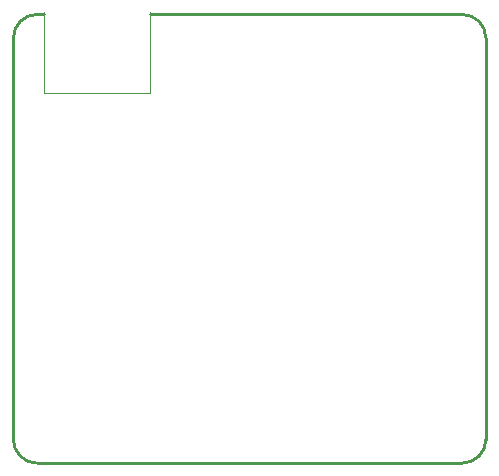
<source format=gko>
G04*
G04 #@! TF.GenerationSoftware,Altium Limited,Altium Designer,21.2.1 (34)*
G04*
G04 Layer_Color=16711935*
%FSLAX25Y25*%
%MOIN*%
G70*
G04*
G04 #@! TF.SameCoordinates,1518C732-DF2A-4DFD-9B87-9E54171A1C2B*
G04*
G04*
G04 #@! TF.FilePolarity,Positive*
G04*
G01*
G75*
%ADD10C,0.01000*%
%ADD72C,0.00300*%
D10*
X0Y7874D02*
G03*
X7874Y0I7874J0D01*
G01*
X149606D02*
G03*
X157480Y7874I0J7874D01*
G01*
Y141732D02*
G03*
X149606Y149606I-7874J0D01*
G01*
X7874D02*
G03*
X0Y141732I0J-7874D01*
G01*
X45374Y149606D02*
X149606D01*
X7874D02*
X10074D01*
X0Y7874D02*
Y141732D01*
X7874Y0D02*
X149606D01*
X157480Y7874D02*
Y141732D01*
D72*
X10137Y123502D02*
X45370D01*
X10137D02*
Y150502D01*
X45370Y123502D02*
Y150502D01*
M02*

</source>
